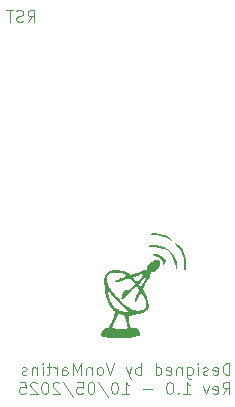
<source format=gbr>
%TF.GenerationSoftware,KiCad,Pcbnew,9.0.0*%
%TF.CreationDate,2025-05-10T20:39:51+02:00*%
%TF.ProjectId,ESP32CAM Shield,45535033-3243-4414-9d20-536869656c64,rev?*%
%TF.SameCoordinates,Original*%
%TF.FileFunction,Legend,Bot*%
%TF.FilePolarity,Positive*%
%FSLAX46Y46*%
G04 Gerber Fmt 4.6, Leading zero omitted, Abs format (unit mm)*
G04 Created by KiCad (PCBNEW 9.0.0) date 2025-05-10 20:39:51*
%MOMM*%
%LPD*%
G01*
G04 APERTURE LIST*
%ADD10C,0.100000*%
%ADD11C,0.000000*%
G04 APERTURE END LIST*
D10*
X130315687Y-64896419D02*
X130649020Y-64420228D01*
X130887115Y-64896419D02*
X130887115Y-63896419D01*
X130887115Y-63896419D02*
X130506163Y-63896419D01*
X130506163Y-63896419D02*
X130410925Y-63944038D01*
X130410925Y-63944038D02*
X130363306Y-63991657D01*
X130363306Y-63991657D02*
X130315687Y-64086895D01*
X130315687Y-64086895D02*
X130315687Y-64229752D01*
X130315687Y-64229752D02*
X130363306Y-64324990D01*
X130363306Y-64324990D02*
X130410925Y-64372609D01*
X130410925Y-64372609D02*
X130506163Y-64420228D01*
X130506163Y-64420228D02*
X130887115Y-64420228D01*
X129934734Y-64848800D02*
X129791877Y-64896419D01*
X129791877Y-64896419D02*
X129553782Y-64896419D01*
X129553782Y-64896419D02*
X129458544Y-64848800D01*
X129458544Y-64848800D02*
X129410925Y-64801180D01*
X129410925Y-64801180D02*
X129363306Y-64705942D01*
X129363306Y-64705942D02*
X129363306Y-64610704D01*
X129363306Y-64610704D02*
X129410925Y-64515466D01*
X129410925Y-64515466D02*
X129458544Y-64467847D01*
X129458544Y-64467847D02*
X129553782Y-64420228D01*
X129553782Y-64420228D02*
X129744258Y-64372609D01*
X129744258Y-64372609D02*
X129839496Y-64324990D01*
X129839496Y-64324990D02*
X129887115Y-64277371D01*
X129887115Y-64277371D02*
X129934734Y-64182133D01*
X129934734Y-64182133D02*
X129934734Y-64086895D01*
X129934734Y-64086895D02*
X129887115Y-63991657D01*
X129887115Y-63991657D02*
X129839496Y-63944038D01*
X129839496Y-63944038D02*
X129744258Y-63896419D01*
X129744258Y-63896419D02*
X129506163Y-63896419D01*
X129506163Y-63896419D02*
X129363306Y-63944038D01*
X129077591Y-63896419D02*
X128506163Y-63896419D01*
X128791877Y-64896419D02*
X128791877Y-63896419D01*
X147397115Y-94782475D02*
X147397115Y-93782475D01*
X147397115Y-93782475D02*
X147159020Y-93782475D01*
X147159020Y-93782475D02*
X147016163Y-93830094D01*
X147016163Y-93830094D02*
X146920925Y-93925332D01*
X146920925Y-93925332D02*
X146873306Y-94020570D01*
X146873306Y-94020570D02*
X146825687Y-94211046D01*
X146825687Y-94211046D02*
X146825687Y-94353903D01*
X146825687Y-94353903D02*
X146873306Y-94544379D01*
X146873306Y-94544379D02*
X146920925Y-94639617D01*
X146920925Y-94639617D02*
X147016163Y-94734856D01*
X147016163Y-94734856D02*
X147159020Y-94782475D01*
X147159020Y-94782475D02*
X147397115Y-94782475D01*
X146016163Y-94734856D02*
X146111401Y-94782475D01*
X146111401Y-94782475D02*
X146301877Y-94782475D01*
X146301877Y-94782475D02*
X146397115Y-94734856D01*
X146397115Y-94734856D02*
X146444734Y-94639617D01*
X146444734Y-94639617D02*
X146444734Y-94258665D01*
X146444734Y-94258665D02*
X146397115Y-94163427D01*
X146397115Y-94163427D02*
X146301877Y-94115808D01*
X146301877Y-94115808D02*
X146111401Y-94115808D01*
X146111401Y-94115808D02*
X146016163Y-94163427D01*
X146016163Y-94163427D02*
X145968544Y-94258665D01*
X145968544Y-94258665D02*
X145968544Y-94353903D01*
X145968544Y-94353903D02*
X146444734Y-94449141D01*
X145587591Y-94734856D02*
X145492353Y-94782475D01*
X145492353Y-94782475D02*
X145301877Y-94782475D01*
X145301877Y-94782475D02*
X145206639Y-94734856D01*
X145206639Y-94734856D02*
X145159020Y-94639617D01*
X145159020Y-94639617D02*
X145159020Y-94591998D01*
X145159020Y-94591998D02*
X145206639Y-94496760D01*
X145206639Y-94496760D02*
X145301877Y-94449141D01*
X145301877Y-94449141D02*
X145444734Y-94449141D01*
X145444734Y-94449141D02*
X145539972Y-94401522D01*
X145539972Y-94401522D02*
X145587591Y-94306284D01*
X145587591Y-94306284D02*
X145587591Y-94258665D01*
X145587591Y-94258665D02*
X145539972Y-94163427D01*
X145539972Y-94163427D02*
X145444734Y-94115808D01*
X145444734Y-94115808D02*
X145301877Y-94115808D01*
X145301877Y-94115808D02*
X145206639Y-94163427D01*
X144730448Y-94782475D02*
X144730448Y-94115808D01*
X144730448Y-93782475D02*
X144778067Y-93830094D01*
X144778067Y-93830094D02*
X144730448Y-93877713D01*
X144730448Y-93877713D02*
X144682829Y-93830094D01*
X144682829Y-93830094D02*
X144730448Y-93782475D01*
X144730448Y-93782475D02*
X144730448Y-93877713D01*
X143825687Y-94115808D02*
X143825687Y-94925332D01*
X143825687Y-94925332D02*
X143873306Y-95020570D01*
X143873306Y-95020570D02*
X143920925Y-95068189D01*
X143920925Y-95068189D02*
X144016163Y-95115808D01*
X144016163Y-95115808D02*
X144159020Y-95115808D01*
X144159020Y-95115808D02*
X144254258Y-95068189D01*
X143825687Y-94734856D02*
X143920925Y-94782475D01*
X143920925Y-94782475D02*
X144111401Y-94782475D01*
X144111401Y-94782475D02*
X144206639Y-94734856D01*
X144206639Y-94734856D02*
X144254258Y-94687236D01*
X144254258Y-94687236D02*
X144301877Y-94591998D01*
X144301877Y-94591998D02*
X144301877Y-94306284D01*
X144301877Y-94306284D02*
X144254258Y-94211046D01*
X144254258Y-94211046D02*
X144206639Y-94163427D01*
X144206639Y-94163427D02*
X144111401Y-94115808D01*
X144111401Y-94115808D02*
X143920925Y-94115808D01*
X143920925Y-94115808D02*
X143825687Y-94163427D01*
X143349496Y-94115808D02*
X143349496Y-94782475D01*
X143349496Y-94211046D02*
X143301877Y-94163427D01*
X143301877Y-94163427D02*
X143206639Y-94115808D01*
X143206639Y-94115808D02*
X143063782Y-94115808D01*
X143063782Y-94115808D02*
X142968544Y-94163427D01*
X142968544Y-94163427D02*
X142920925Y-94258665D01*
X142920925Y-94258665D02*
X142920925Y-94782475D01*
X142063782Y-94734856D02*
X142159020Y-94782475D01*
X142159020Y-94782475D02*
X142349496Y-94782475D01*
X142349496Y-94782475D02*
X142444734Y-94734856D01*
X142444734Y-94734856D02*
X142492353Y-94639617D01*
X142492353Y-94639617D02*
X142492353Y-94258665D01*
X142492353Y-94258665D02*
X142444734Y-94163427D01*
X142444734Y-94163427D02*
X142349496Y-94115808D01*
X142349496Y-94115808D02*
X142159020Y-94115808D01*
X142159020Y-94115808D02*
X142063782Y-94163427D01*
X142063782Y-94163427D02*
X142016163Y-94258665D01*
X142016163Y-94258665D02*
X142016163Y-94353903D01*
X142016163Y-94353903D02*
X142492353Y-94449141D01*
X141159020Y-94782475D02*
X141159020Y-93782475D01*
X141159020Y-94734856D02*
X141254258Y-94782475D01*
X141254258Y-94782475D02*
X141444734Y-94782475D01*
X141444734Y-94782475D02*
X141539972Y-94734856D01*
X141539972Y-94734856D02*
X141587591Y-94687236D01*
X141587591Y-94687236D02*
X141635210Y-94591998D01*
X141635210Y-94591998D02*
X141635210Y-94306284D01*
X141635210Y-94306284D02*
X141587591Y-94211046D01*
X141587591Y-94211046D02*
X141539972Y-94163427D01*
X141539972Y-94163427D02*
X141444734Y-94115808D01*
X141444734Y-94115808D02*
X141254258Y-94115808D01*
X141254258Y-94115808D02*
X141159020Y-94163427D01*
X139920924Y-94782475D02*
X139920924Y-93782475D01*
X139920924Y-94163427D02*
X139825686Y-94115808D01*
X139825686Y-94115808D02*
X139635210Y-94115808D01*
X139635210Y-94115808D02*
X139539972Y-94163427D01*
X139539972Y-94163427D02*
X139492353Y-94211046D01*
X139492353Y-94211046D02*
X139444734Y-94306284D01*
X139444734Y-94306284D02*
X139444734Y-94591998D01*
X139444734Y-94591998D02*
X139492353Y-94687236D01*
X139492353Y-94687236D02*
X139539972Y-94734856D01*
X139539972Y-94734856D02*
X139635210Y-94782475D01*
X139635210Y-94782475D02*
X139825686Y-94782475D01*
X139825686Y-94782475D02*
X139920924Y-94734856D01*
X139111400Y-94115808D02*
X138873305Y-94782475D01*
X138635210Y-94115808D02*
X138873305Y-94782475D01*
X138873305Y-94782475D02*
X138968543Y-95020570D01*
X138968543Y-95020570D02*
X139016162Y-95068189D01*
X139016162Y-95068189D02*
X139111400Y-95115808D01*
X137635209Y-93782475D02*
X137301876Y-94782475D01*
X137301876Y-94782475D02*
X136968543Y-93782475D01*
X136492352Y-94782475D02*
X136587590Y-94734856D01*
X136587590Y-94734856D02*
X136635209Y-94687236D01*
X136635209Y-94687236D02*
X136682828Y-94591998D01*
X136682828Y-94591998D02*
X136682828Y-94306284D01*
X136682828Y-94306284D02*
X136635209Y-94211046D01*
X136635209Y-94211046D02*
X136587590Y-94163427D01*
X136587590Y-94163427D02*
X136492352Y-94115808D01*
X136492352Y-94115808D02*
X136349495Y-94115808D01*
X136349495Y-94115808D02*
X136254257Y-94163427D01*
X136254257Y-94163427D02*
X136206638Y-94211046D01*
X136206638Y-94211046D02*
X136159019Y-94306284D01*
X136159019Y-94306284D02*
X136159019Y-94591998D01*
X136159019Y-94591998D02*
X136206638Y-94687236D01*
X136206638Y-94687236D02*
X136254257Y-94734856D01*
X136254257Y-94734856D02*
X136349495Y-94782475D01*
X136349495Y-94782475D02*
X136492352Y-94782475D01*
X135730447Y-94115808D02*
X135730447Y-94782475D01*
X135730447Y-94211046D02*
X135682828Y-94163427D01*
X135682828Y-94163427D02*
X135587590Y-94115808D01*
X135587590Y-94115808D02*
X135444733Y-94115808D01*
X135444733Y-94115808D02*
X135349495Y-94163427D01*
X135349495Y-94163427D02*
X135301876Y-94258665D01*
X135301876Y-94258665D02*
X135301876Y-94782475D01*
X134825685Y-94782475D02*
X134825685Y-93782475D01*
X134825685Y-93782475D02*
X134492352Y-94496760D01*
X134492352Y-94496760D02*
X134159019Y-93782475D01*
X134159019Y-93782475D02*
X134159019Y-94782475D01*
X133254257Y-94782475D02*
X133254257Y-94258665D01*
X133254257Y-94258665D02*
X133301876Y-94163427D01*
X133301876Y-94163427D02*
X133397114Y-94115808D01*
X133397114Y-94115808D02*
X133587590Y-94115808D01*
X133587590Y-94115808D02*
X133682828Y-94163427D01*
X133254257Y-94734856D02*
X133349495Y-94782475D01*
X133349495Y-94782475D02*
X133587590Y-94782475D01*
X133587590Y-94782475D02*
X133682828Y-94734856D01*
X133682828Y-94734856D02*
X133730447Y-94639617D01*
X133730447Y-94639617D02*
X133730447Y-94544379D01*
X133730447Y-94544379D02*
X133682828Y-94449141D01*
X133682828Y-94449141D02*
X133587590Y-94401522D01*
X133587590Y-94401522D02*
X133349495Y-94401522D01*
X133349495Y-94401522D02*
X133254257Y-94353903D01*
X132778066Y-94782475D02*
X132778066Y-94115808D01*
X132778066Y-94306284D02*
X132730447Y-94211046D01*
X132730447Y-94211046D02*
X132682828Y-94163427D01*
X132682828Y-94163427D02*
X132587590Y-94115808D01*
X132587590Y-94115808D02*
X132492352Y-94115808D01*
X132301875Y-94115808D02*
X131920923Y-94115808D01*
X132159018Y-93782475D02*
X132159018Y-94639617D01*
X132159018Y-94639617D02*
X132111399Y-94734856D01*
X132111399Y-94734856D02*
X132016161Y-94782475D01*
X132016161Y-94782475D02*
X131920923Y-94782475D01*
X131587589Y-94782475D02*
X131587589Y-94115808D01*
X131587589Y-93782475D02*
X131635208Y-93830094D01*
X131635208Y-93830094D02*
X131587589Y-93877713D01*
X131587589Y-93877713D02*
X131539970Y-93830094D01*
X131539970Y-93830094D02*
X131587589Y-93782475D01*
X131587589Y-93782475D02*
X131587589Y-93877713D01*
X131111399Y-94115808D02*
X131111399Y-94782475D01*
X131111399Y-94211046D02*
X131063780Y-94163427D01*
X131063780Y-94163427D02*
X130968542Y-94115808D01*
X130968542Y-94115808D02*
X130825685Y-94115808D01*
X130825685Y-94115808D02*
X130730447Y-94163427D01*
X130730447Y-94163427D02*
X130682828Y-94258665D01*
X130682828Y-94258665D02*
X130682828Y-94782475D01*
X130254256Y-94734856D02*
X130159018Y-94782475D01*
X130159018Y-94782475D02*
X129968542Y-94782475D01*
X129968542Y-94782475D02*
X129873304Y-94734856D01*
X129873304Y-94734856D02*
X129825685Y-94639617D01*
X129825685Y-94639617D02*
X129825685Y-94591998D01*
X129825685Y-94591998D02*
X129873304Y-94496760D01*
X129873304Y-94496760D02*
X129968542Y-94449141D01*
X129968542Y-94449141D02*
X130111399Y-94449141D01*
X130111399Y-94449141D02*
X130206637Y-94401522D01*
X130206637Y-94401522D02*
X130254256Y-94306284D01*
X130254256Y-94306284D02*
X130254256Y-94258665D01*
X130254256Y-94258665D02*
X130206637Y-94163427D01*
X130206637Y-94163427D02*
X130111399Y-94115808D01*
X130111399Y-94115808D02*
X129968542Y-94115808D01*
X129968542Y-94115808D02*
X129873304Y-94163427D01*
X146825687Y-96392419D02*
X147159020Y-95916228D01*
X147397115Y-96392419D02*
X147397115Y-95392419D01*
X147397115Y-95392419D02*
X147016163Y-95392419D01*
X147016163Y-95392419D02*
X146920925Y-95440038D01*
X146920925Y-95440038D02*
X146873306Y-95487657D01*
X146873306Y-95487657D02*
X146825687Y-95582895D01*
X146825687Y-95582895D02*
X146825687Y-95725752D01*
X146825687Y-95725752D02*
X146873306Y-95820990D01*
X146873306Y-95820990D02*
X146920925Y-95868609D01*
X146920925Y-95868609D02*
X147016163Y-95916228D01*
X147016163Y-95916228D02*
X147397115Y-95916228D01*
X146016163Y-96344800D02*
X146111401Y-96392419D01*
X146111401Y-96392419D02*
X146301877Y-96392419D01*
X146301877Y-96392419D02*
X146397115Y-96344800D01*
X146397115Y-96344800D02*
X146444734Y-96249561D01*
X146444734Y-96249561D02*
X146444734Y-95868609D01*
X146444734Y-95868609D02*
X146397115Y-95773371D01*
X146397115Y-95773371D02*
X146301877Y-95725752D01*
X146301877Y-95725752D02*
X146111401Y-95725752D01*
X146111401Y-95725752D02*
X146016163Y-95773371D01*
X146016163Y-95773371D02*
X145968544Y-95868609D01*
X145968544Y-95868609D02*
X145968544Y-95963847D01*
X145968544Y-95963847D02*
X146444734Y-96059085D01*
X145635210Y-95725752D02*
X145397115Y-96392419D01*
X145397115Y-96392419D02*
X145159020Y-95725752D01*
X143492353Y-96392419D02*
X144063781Y-96392419D01*
X143778067Y-96392419D02*
X143778067Y-95392419D01*
X143778067Y-95392419D02*
X143873305Y-95535276D01*
X143873305Y-95535276D02*
X143968543Y-95630514D01*
X143968543Y-95630514D02*
X144063781Y-95678133D01*
X143063781Y-96297180D02*
X143016162Y-96344800D01*
X143016162Y-96344800D02*
X143063781Y-96392419D01*
X143063781Y-96392419D02*
X143111400Y-96344800D01*
X143111400Y-96344800D02*
X143063781Y-96297180D01*
X143063781Y-96297180D02*
X143063781Y-96392419D01*
X142397115Y-95392419D02*
X142301877Y-95392419D01*
X142301877Y-95392419D02*
X142206639Y-95440038D01*
X142206639Y-95440038D02*
X142159020Y-95487657D01*
X142159020Y-95487657D02*
X142111401Y-95582895D01*
X142111401Y-95582895D02*
X142063782Y-95773371D01*
X142063782Y-95773371D02*
X142063782Y-96011466D01*
X142063782Y-96011466D02*
X142111401Y-96201942D01*
X142111401Y-96201942D02*
X142159020Y-96297180D01*
X142159020Y-96297180D02*
X142206639Y-96344800D01*
X142206639Y-96344800D02*
X142301877Y-96392419D01*
X142301877Y-96392419D02*
X142397115Y-96392419D01*
X142397115Y-96392419D02*
X142492353Y-96344800D01*
X142492353Y-96344800D02*
X142539972Y-96297180D01*
X142539972Y-96297180D02*
X142587591Y-96201942D01*
X142587591Y-96201942D02*
X142635210Y-96011466D01*
X142635210Y-96011466D02*
X142635210Y-95773371D01*
X142635210Y-95773371D02*
X142587591Y-95582895D01*
X142587591Y-95582895D02*
X142539972Y-95487657D01*
X142539972Y-95487657D02*
X142492353Y-95440038D01*
X142492353Y-95440038D02*
X142397115Y-95392419D01*
X140873305Y-96011466D02*
X140111401Y-96011466D01*
X138349496Y-96392419D02*
X138920924Y-96392419D01*
X138635210Y-96392419D02*
X138635210Y-95392419D01*
X138635210Y-95392419D02*
X138730448Y-95535276D01*
X138730448Y-95535276D02*
X138825686Y-95630514D01*
X138825686Y-95630514D02*
X138920924Y-95678133D01*
X137730448Y-95392419D02*
X137635210Y-95392419D01*
X137635210Y-95392419D02*
X137539972Y-95440038D01*
X137539972Y-95440038D02*
X137492353Y-95487657D01*
X137492353Y-95487657D02*
X137444734Y-95582895D01*
X137444734Y-95582895D02*
X137397115Y-95773371D01*
X137397115Y-95773371D02*
X137397115Y-96011466D01*
X137397115Y-96011466D02*
X137444734Y-96201942D01*
X137444734Y-96201942D02*
X137492353Y-96297180D01*
X137492353Y-96297180D02*
X137539972Y-96344800D01*
X137539972Y-96344800D02*
X137635210Y-96392419D01*
X137635210Y-96392419D02*
X137730448Y-96392419D01*
X137730448Y-96392419D02*
X137825686Y-96344800D01*
X137825686Y-96344800D02*
X137873305Y-96297180D01*
X137873305Y-96297180D02*
X137920924Y-96201942D01*
X137920924Y-96201942D02*
X137968543Y-96011466D01*
X137968543Y-96011466D02*
X137968543Y-95773371D01*
X137968543Y-95773371D02*
X137920924Y-95582895D01*
X137920924Y-95582895D02*
X137873305Y-95487657D01*
X137873305Y-95487657D02*
X137825686Y-95440038D01*
X137825686Y-95440038D02*
X137730448Y-95392419D01*
X136254258Y-95344800D02*
X137111400Y-96630514D01*
X135730448Y-95392419D02*
X135635210Y-95392419D01*
X135635210Y-95392419D02*
X135539972Y-95440038D01*
X135539972Y-95440038D02*
X135492353Y-95487657D01*
X135492353Y-95487657D02*
X135444734Y-95582895D01*
X135444734Y-95582895D02*
X135397115Y-95773371D01*
X135397115Y-95773371D02*
X135397115Y-96011466D01*
X135397115Y-96011466D02*
X135444734Y-96201942D01*
X135444734Y-96201942D02*
X135492353Y-96297180D01*
X135492353Y-96297180D02*
X135539972Y-96344800D01*
X135539972Y-96344800D02*
X135635210Y-96392419D01*
X135635210Y-96392419D02*
X135730448Y-96392419D01*
X135730448Y-96392419D02*
X135825686Y-96344800D01*
X135825686Y-96344800D02*
X135873305Y-96297180D01*
X135873305Y-96297180D02*
X135920924Y-96201942D01*
X135920924Y-96201942D02*
X135968543Y-96011466D01*
X135968543Y-96011466D02*
X135968543Y-95773371D01*
X135968543Y-95773371D02*
X135920924Y-95582895D01*
X135920924Y-95582895D02*
X135873305Y-95487657D01*
X135873305Y-95487657D02*
X135825686Y-95440038D01*
X135825686Y-95440038D02*
X135730448Y-95392419D01*
X134492353Y-95392419D02*
X134968543Y-95392419D01*
X134968543Y-95392419D02*
X135016162Y-95868609D01*
X135016162Y-95868609D02*
X134968543Y-95820990D01*
X134968543Y-95820990D02*
X134873305Y-95773371D01*
X134873305Y-95773371D02*
X134635210Y-95773371D01*
X134635210Y-95773371D02*
X134539972Y-95820990D01*
X134539972Y-95820990D02*
X134492353Y-95868609D01*
X134492353Y-95868609D02*
X134444734Y-95963847D01*
X134444734Y-95963847D02*
X134444734Y-96201942D01*
X134444734Y-96201942D02*
X134492353Y-96297180D01*
X134492353Y-96297180D02*
X134539972Y-96344800D01*
X134539972Y-96344800D02*
X134635210Y-96392419D01*
X134635210Y-96392419D02*
X134873305Y-96392419D01*
X134873305Y-96392419D02*
X134968543Y-96344800D01*
X134968543Y-96344800D02*
X135016162Y-96297180D01*
X133301877Y-95344800D02*
X134159019Y-96630514D01*
X133016162Y-95487657D02*
X132968543Y-95440038D01*
X132968543Y-95440038D02*
X132873305Y-95392419D01*
X132873305Y-95392419D02*
X132635210Y-95392419D01*
X132635210Y-95392419D02*
X132539972Y-95440038D01*
X132539972Y-95440038D02*
X132492353Y-95487657D01*
X132492353Y-95487657D02*
X132444734Y-95582895D01*
X132444734Y-95582895D02*
X132444734Y-95678133D01*
X132444734Y-95678133D02*
X132492353Y-95820990D01*
X132492353Y-95820990D02*
X133063781Y-96392419D01*
X133063781Y-96392419D02*
X132444734Y-96392419D01*
X131825686Y-95392419D02*
X131730448Y-95392419D01*
X131730448Y-95392419D02*
X131635210Y-95440038D01*
X131635210Y-95440038D02*
X131587591Y-95487657D01*
X131587591Y-95487657D02*
X131539972Y-95582895D01*
X131539972Y-95582895D02*
X131492353Y-95773371D01*
X131492353Y-95773371D02*
X131492353Y-96011466D01*
X131492353Y-96011466D02*
X131539972Y-96201942D01*
X131539972Y-96201942D02*
X131587591Y-96297180D01*
X131587591Y-96297180D02*
X131635210Y-96344800D01*
X131635210Y-96344800D02*
X131730448Y-96392419D01*
X131730448Y-96392419D02*
X131825686Y-96392419D01*
X131825686Y-96392419D02*
X131920924Y-96344800D01*
X131920924Y-96344800D02*
X131968543Y-96297180D01*
X131968543Y-96297180D02*
X132016162Y-96201942D01*
X132016162Y-96201942D02*
X132063781Y-96011466D01*
X132063781Y-96011466D02*
X132063781Y-95773371D01*
X132063781Y-95773371D02*
X132016162Y-95582895D01*
X132016162Y-95582895D02*
X131968543Y-95487657D01*
X131968543Y-95487657D02*
X131920924Y-95440038D01*
X131920924Y-95440038D02*
X131825686Y-95392419D01*
X131111400Y-95487657D02*
X131063781Y-95440038D01*
X131063781Y-95440038D02*
X130968543Y-95392419D01*
X130968543Y-95392419D02*
X130730448Y-95392419D01*
X130730448Y-95392419D02*
X130635210Y-95440038D01*
X130635210Y-95440038D02*
X130587591Y-95487657D01*
X130587591Y-95487657D02*
X130539972Y-95582895D01*
X130539972Y-95582895D02*
X130539972Y-95678133D01*
X130539972Y-95678133D02*
X130587591Y-95820990D01*
X130587591Y-95820990D02*
X131159019Y-96392419D01*
X131159019Y-96392419D02*
X130539972Y-96392419D01*
X129635210Y-95392419D02*
X130111400Y-95392419D01*
X130111400Y-95392419D02*
X130159019Y-95868609D01*
X130159019Y-95868609D02*
X130111400Y-95820990D01*
X130111400Y-95820990D02*
X130016162Y-95773371D01*
X130016162Y-95773371D02*
X129778067Y-95773371D01*
X129778067Y-95773371D02*
X129682829Y-95820990D01*
X129682829Y-95820990D02*
X129635210Y-95868609D01*
X129635210Y-95868609D02*
X129587591Y-95963847D01*
X129587591Y-95963847D02*
X129587591Y-96201942D01*
X129587591Y-96201942D02*
X129635210Y-96297180D01*
X129635210Y-96297180D02*
X129682829Y-96344800D01*
X129682829Y-96344800D02*
X129778067Y-96392419D01*
X129778067Y-96392419D02*
X130016162Y-96392419D01*
X130016162Y-96392419D02*
X130111400Y-96344800D01*
X130111400Y-96344800D02*
X130159019Y-96297180D01*
D11*
%TO.C,G\u002A\u002A\u002A*%
G36*
X141169998Y-82793261D02*
G01*
X141356756Y-82816136D01*
X141556087Y-82855475D01*
X141758099Y-82909311D01*
X141952903Y-82975676D01*
X142130608Y-83052604D01*
X142281325Y-83138126D01*
X142287197Y-83142066D01*
X142389657Y-83216639D01*
X142455237Y-83275629D01*
X142480177Y-83314662D01*
X142460720Y-83329362D01*
X142447476Y-83328605D01*
X142405648Y-83314314D01*
X142326776Y-83280123D01*
X142225048Y-83232312D01*
X142180408Y-83210420D01*
X141895315Y-83093499D01*
X141576783Y-83006164D01*
X141243181Y-82952985D01*
X141101197Y-82941839D01*
X140940613Y-82932541D01*
X140831148Y-82923387D01*
X140766430Y-82912395D01*
X140740088Y-82897578D01*
X140745747Y-82876954D01*
X140777037Y-82848538D01*
X140784055Y-82843090D01*
X140873757Y-82804771D01*
X141005702Y-82788817D01*
X141169998Y-82793261D01*
G37*
G36*
X142509801Y-83376398D02*
G01*
X142537470Y-83413174D01*
X142538567Y-83421244D01*
X142516626Y-83447537D01*
X142509801Y-83448312D01*
X142484556Y-83424898D01*
X142481036Y-83403466D01*
X142494981Y-83373692D01*
X142509801Y-83376398D01*
G37*
G36*
X141276126Y-84563090D02*
G01*
X141463024Y-84630650D01*
X141661512Y-84747709D01*
X141867268Y-84912090D01*
X141912916Y-84954232D01*
X141999242Y-85043521D01*
X142040871Y-85109520D01*
X142041020Y-85160780D01*
X142006536Y-85202902D01*
X141970719Y-85252670D01*
X141936371Y-85330783D01*
X141930069Y-85350252D01*
X141893349Y-85433074D01*
X141850278Y-85462390D01*
X141809839Y-85442725D01*
X141796064Y-85402878D01*
X141790030Y-85334854D01*
X141766172Y-85206594D01*
X141704685Y-85074853D01*
X141618171Y-84964195D01*
X141585243Y-84935700D01*
X141507074Y-84887345D01*
X141398790Y-84834107D01*
X141295352Y-84791915D01*
X141137941Y-84728792D01*
X141030226Y-84672438D01*
X140973434Y-84624433D01*
X140968793Y-84586357D01*
X141017529Y-84559788D01*
X141105140Y-84547207D01*
X141276126Y-84563090D01*
G37*
G36*
X141078957Y-83796330D02*
G01*
X141167146Y-83808448D01*
X141543314Y-83883205D01*
X141875532Y-83989850D01*
X142162217Y-84127704D01*
X142401784Y-84296089D01*
X142485457Y-84373232D01*
X142607600Y-84516116D01*
X142722102Y-84687900D01*
X142821655Y-84873862D01*
X142898948Y-85059281D01*
X142946672Y-85229433D01*
X142958406Y-85325779D01*
X142965583Y-85450384D01*
X142977233Y-85576477D01*
X142985652Y-85641687D01*
X142991071Y-85729324D01*
X142978418Y-85776389D01*
X142953241Y-85777605D01*
X142921087Y-85727691D01*
X142913879Y-85709986D01*
X142889969Y-85638871D01*
X142862037Y-85544875D01*
X142854034Y-85515819D01*
X142816161Y-85407529D01*
X142764535Y-85296181D01*
X142751283Y-85272399D01*
X142706228Y-85170623D01*
X142683337Y-85068534D01*
X142682395Y-85048747D01*
X142665760Y-84954256D01*
X142621135Y-84831034D01*
X142556443Y-84695297D01*
X142479604Y-84563262D01*
X142398540Y-84451144D01*
X142380030Y-84429769D01*
X142268990Y-84334386D01*
X142112976Y-84239596D01*
X141924238Y-84151942D01*
X141729876Y-84082500D01*
X141556323Y-84037134D01*
X141357566Y-83998369D01*
X141151376Y-83968557D01*
X140955527Y-83950051D01*
X140787790Y-83945204D01*
X140719145Y-83948717D01*
X140600828Y-83953353D01*
X140534724Y-83941526D01*
X140521925Y-83914202D01*
X140563523Y-83872347D01*
X140604082Y-83846833D01*
X140693563Y-83806144D01*
X140793995Y-83784746D01*
X140918189Y-83781766D01*
X141078957Y-83796330D01*
G37*
G36*
X142916483Y-83673453D02*
G01*
X142997508Y-83728062D01*
X143091506Y-83802108D01*
X143189121Y-83888632D01*
X143280996Y-83980674D01*
X143294251Y-83995130D01*
X143459779Y-84212523D01*
X143585378Y-84457079D01*
X143673181Y-84734656D01*
X143725323Y-85051109D01*
X143737989Y-85212562D01*
X143741890Y-85364912D01*
X143737909Y-85515252D01*
X143727343Y-85655772D01*
X143711488Y-85778663D01*
X143691641Y-85876114D01*
X143669098Y-85940315D01*
X143645156Y-85963457D01*
X143621111Y-85937730D01*
X143618585Y-85931755D01*
X143610620Y-85887097D01*
X143601317Y-85795113D01*
X143591457Y-85665967D01*
X143581821Y-85509825D01*
X143573635Y-85346840D01*
X143563063Y-85136731D01*
X143550781Y-84971983D01*
X143534065Y-84840436D01*
X143510191Y-84729926D01*
X143476436Y-84628295D01*
X143430075Y-84523379D01*
X143368385Y-84403019D01*
X143357807Y-84383193D01*
X143281017Y-84252441D01*
X143185992Y-84116170D01*
X143063658Y-83961995D01*
X142960154Y-83840509D01*
X142893832Y-83759023D01*
X142847638Y-83692118D01*
X142830423Y-83652803D01*
X142830780Y-83650384D01*
X142857789Y-83645240D01*
X142916483Y-83673453D01*
G37*
G36*
X141417924Y-85082210D02*
G01*
X141495206Y-85168657D01*
X141504438Y-85183274D01*
X141542999Y-85260189D01*
X141556297Y-85333269D01*
X141541682Y-85413540D01*
X141496505Y-85512030D01*
X141418113Y-85639763D01*
X141381520Y-85694631D01*
X141275576Y-85844868D01*
X141187920Y-85949726D01*
X141109678Y-86014544D01*
X141031980Y-86044661D01*
X140945952Y-86045413D01*
X140842723Y-86022141D01*
X140839019Y-86021054D01*
X140820737Y-86018147D01*
X140804434Y-86026466D01*
X140786911Y-86053575D01*
X140764969Y-86107036D01*
X140735407Y-86194413D01*
X140695027Y-86323269D01*
X140652800Y-86461246D01*
X140588873Y-86603144D01*
X140507720Y-86693695D01*
X140457555Y-86744726D01*
X140406641Y-86818995D01*
X140349757Y-86925690D01*
X140281682Y-87074000D01*
X140250163Y-87147003D01*
X140091709Y-87518622D01*
X140320964Y-88036412D01*
X140399683Y-88215011D01*
X140458032Y-88351314D01*
X140499147Y-88455534D01*
X140526160Y-88537884D01*
X140542207Y-88608581D01*
X140550421Y-88677837D01*
X140553936Y-88755866D01*
X140554860Y-88798709D01*
X140556676Y-88917478D01*
X140557424Y-89018382D01*
X140557002Y-89084238D01*
X140556622Y-89094788D01*
X140531893Y-89154255D01*
X140470636Y-89233548D01*
X140384589Y-89321186D01*
X140285490Y-89405686D01*
X140185075Y-89475565D01*
X140143973Y-89498482D01*
X140081089Y-89528668D01*
X140017891Y-89554178D01*
X139945591Y-89577093D01*
X139855399Y-89599496D01*
X139738528Y-89623469D01*
X139586190Y-89651094D01*
X139389597Y-89684454D01*
X139288057Y-89701280D01*
X138899722Y-89765358D01*
X138905739Y-90017444D01*
X138937229Y-90321712D01*
X138987621Y-90536864D01*
X139063487Y-90804197D01*
X139340420Y-90823664D01*
X139481198Y-90836075D01*
X139576721Y-90851607D01*
X139639263Y-90873028D01*
X139677612Y-90899741D01*
X139720826Y-90961632D01*
X139765979Y-91058580D01*
X139805009Y-91168985D01*
X139829855Y-91271249D01*
X139834603Y-91320402D01*
X139806525Y-91398660D01*
X139724178Y-91468619D01*
X139590393Y-91529011D01*
X139408001Y-91578564D01*
X139179834Y-91616011D01*
X139173750Y-91616759D01*
X139071509Y-91625091D01*
X138921808Y-91631754D01*
X138734689Y-91636759D01*
X138520200Y-91640115D01*
X138288385Y-91641833D01*
X138049289Y-91641924D01*
X137812957Y-91640399D01*
X137589434Y-91637268D01*
X137388766Y-91632541D01*
X137220998Y-91626229D01*
X137096175Y-91618343D01*
X137058726Y-91614534D01*
X136929771Y-91595927D01*
X136799436Y-91572501D01*
X136713539Y-91553543D01*
X136569711Y-91517055D01*
X136560805Y-91377024D01*
X136565000Y-91261000D01*
X136598232Y-91147170D01*
X136627306Y-91082865D01*
X136706895Y-90946196D01*
X136789417Y-90861623D01*
X136881921Y-90823861D01*
X136971983Y-90824374D01*
X137053065Y-90829974D01*
X137111303Y-90823319D01*
X137119844Y-90819437D01*
X137144553Y-90788112D01*
X137476104Y-90788112D01*
X137502317Y-90801534D01*
X137572483Y-90819387D01*
X137673437Y-90839219D01*
X137792016Y-90858578D01*
X137915054Y-90875010D01*
X137979224Y-90881852D01*
X138089158Y-90887692D01*
X138221527Y-90887834D01*
X138363244Y-90883125D01*
X138501219Y-90874414D01*
X138622363Y-90862550D01*
X138713589Y-90848380D01*
X138761806Y-90832753D01*
X138763913Y-90830991D01*
X138776011Y-90806966D01*
X138778242Y-90762847D01*
X138769466Y-90690613D01*
X138748546Y-90582241D01*
X138714343Y-90429710D01*
X138695638Y-90350110D01*
X138656869Y-90191956D01*
X138619335Y-90048492D01*
X138586280Y-89931444D01*
X138560950Y-89852536D01*
X138551725Y-89830107D01*
X138513556Y-89784631D01*
X138440151Y-89734349D01*
X138325969Y-89676323D01*
X138165463Y-89607614D01*
X138036283Y-89556835D01*
X138010335Y-89567358D01*
X137979467Y-89621151D01*
X137941042Y-89723496D01*
X137919087Y-89791585D01*
X137875919Y-89914579D01*
X137828484Y-90025516D01*
X137784962Y-90105932D01*
X137771995Y-90123655D01*
X137739923Y-90174403D01*
X137694324Y-90262163D01*
X137641340Y-90373143D01*
X137587112Y-90493555D01*
X137537780Y-90609607D01*
X137499486Y-90707509D01*
X137478371Y-90773473D01*
X137476104Y-90788112D01*
X137144553Y-90788112D01*
X137146189Y-90786038D01*
X137191198Y-90713325D01*
X137247663Y-90613366D01*
X137287341Y-90539026D01*
X137358589Y-90404250D01*
X137433352Y-90265604D01*
X137499270Y-90145919D01*
X137520920Y-90107542D01*
X137645534Y-89831456D01*
X137716932Y-89533545D01*
X137717967Y-89526302D01*
X137725663Y-89465614D01*
X137722808Y-89422104D01*
X137701399Y-89383916D01*
X137653433Y-89339197D01*
X137570907Y-89276090D01*
X137527067Y-89243519D01*
X137411505Y-89135033D01*
X137302250Y-88984414D01*
X137196955Y-88787468D01*
X137093272Y-88540006D01*
X137024316Y-88346176D01*
X136982458Y-88218689D01*
X136948431Y-88105092D01*
X136921013Y-87996645D01*
X136898984Y-87884609D01*
X136881125Y-87760245D01*
X136877518Y-87725060D01*
X137107516Y-87725060D01*
X137114301Y-87833187D01*
X137144685Y-87972195D01*
X137170501Y-88055864D01*
X137208943Y-88176123D01*
X137241816Y-88291972D01*
X137262227Y-88379063D01*
X137262688Y-88381608D01*
X137280691Y-88458538D01*
X137309879Y-88530478D01*
X137357805Y-88611014D01*
X137432021Y-88713731D01*
X137486565Y-88784326D01*
X137553729Y-88876804D01*
X137610367Y-88966401D01*
X137636998Y-89017934D01*
X137675328Y-89080641D01*
X137736678Y-89119434D01*
X137804725Y-89140415D01*
X137910800Y-89181891D01*
X138014199Y-89244669D01*
X138037494Y-89263465D01*
X138166176Y-89341463D01*
X138346124Y-89394849D01*
X138576503Y-89423414D01*
X138696815Y-89428122D01*
X138896625Y-89431551D01*
X138805641Y-89338063D01*
X138737288Y-89273341D01*
X138642768Y-89190730D01*
X138541628Y-89107272D01*
X138533917Y-89101133D01*
X138430428Y-89012889D01*
X138309663Y-88900736D01*
X138192226Y-88784061D01*
X138151817Y-88741563D01*
X138033824Y-88619764D01*
X137896095Y-88484837D01*
X137763052Y-88360534D01*
X137725133Y-88326593D01*
X137593003Y-88199934D01*
X137483291Y-88075150D01*
X137411944Y-87972065D01*
X137343994Y-87865473D01*
X137265242Y-87761316D01*
X137220168Y-87710658D01*
X137116257Y-87604937D01*
X137107516Y-87725060D01*
X136877518Y-87725060D01*
X136866216Y-87614813D01*
X136853034Y-87439574D01*
X136840362Y-87225790D01*
X136826978Y-86964719D01*
X136824575Y-86915645D01*
X136819831Y-86678791D01*
X136821733Y-86652478D01*
X137044927Y-86652478D01*
X137053185Y-86800818D01*
X137072570Y-86944931D01*
X137089864Y-87024401D01*
X137146000Y-87193934D01*
X137228233Y-87361091D01*
X137342401Y-87535069D01*
X137494341Y-87725063D01*
X137632266Y-87878946D01*
X137730494Y-87986590D01*
X137831054Y-88099861D01*
X137914655Y-88196982D01*
X137926063Y-88210645D01*
X138017100Y-88313315D01*
X138138267Y-88440132D01*
X138276038Y-88577773D01*
X138416886Y-88712916D01*
X138547285Y-88832236D01*
X138625307Y-88899380D01*
X138841750Y-89065762D01*
X139040104Y-89187880D01*
X139232502Y-89270420D01*
X139431082Y-89318070D01*
X139647978Y-89335517D01*
X139752727Y-89334822D01*
X139881889Y-89328881D01*
X139971776Y-89316960D01*
X140040617Y-89294810D01*
X140106641Y-89258184D01*
X140120611Y-89249080D01*
X140222362Y-89172653D01*
X140290095Y-89094015D01*
X140329491Y-88999592D01*
X140346231Y-88875811D01*
X140346046Y-88710500D01*
X140339751Y-88577044D01*
X140329257Y-88483675D01*
X140310377Y-88412950D01*
X140278926Y-88347424D01*
X140245975Y-88293400D01*
X140180616Y-88181505D01*
X140114490Y-88053981D01*
X140084589Y-87989764D01*
X140041101Y-87900107D01*
X140000612Y-87832331D01*
X139976882Y-87805339D01*
X139933174Y-87809378D01*
X139878087Y-87862191D01*
X139816546Y-87957384D01*
X139753482Y-88088558D01*
X139747335Y-88103279D01*
X139704699Y-88195473D01*
X139646428Y-88307385D01*
X139582205Y-88421862D01*
X139521713Y-88521750D01*
X139474635Y-88589894D01*
X139468474Y-88597304D01*
X139444663Y-88588473D01*
X139414322Y-88554716D01*
X139388146Y-88474459D01*
X139399790Y-88371273D01*
X139447078Y-88263581D01*
X139449092Y-88260366D01*
X139480592Y-88188719D01*
X139489416Y-88138695D01*
X139508710Y-88035998D01*
X139557896Y-87923751D01*
X139623934Y-87827847D01*
X139665213Y-87789633D01*
X139726768Y-87731192D01*
X139763349Y-87669689D01*
X139764339Y-87666138D01*
X139759526Y-87605693D01*
X139729391Y-87521823D01*
X139683029Y-87430674D01*
X139629538Y-87348389D01*
X139578013Y-87291114D01*
X139543469Y-87274133D01*
X139493395Y-87292516D01*
X139416853Y-87340302D01*
X139328287Y-87406446D01*
X139242142Y-87479905D01*
X139172862Y-87549632D01*
X139155550Y-87570744D01*
X139101583Y-87649265D01*
X139052074Y-87731559D01*
X138994618Y-87803973D01*
X138924113Y-87854809D01*
X138922629Y-87855462D01*
X138864946Y-87891995D01*
X138783351Y-87958070D01*
X138693100Y-88041087D01*
X138669598Y-88064398D01*
X138558665Y-88170637D01*
X138455442Y-88259252D01*
X138365575Y-88326907D01*
X138294707Y-88370264D01*
X138248484Y-88385986D01*
X138232550Y-88370739D01*
X138252550Y-88321184D01*
X138262558Y-88304998D01*
X138288118Y-88245641D01*
X138317260Y-88147998D01*
X138344632Y-88030618D01*
X138350775Y-87999279D01*
X138384494Y-87838070D01*
X138420039Y-87725777D01*
X138465165Y-87654095D01*
X138527627Y-87614713D01*
X138615180Y-87599327D01*
X138724226Y-87599209D01*
X138888783Y-87604937D01*
X139054863Y-87432344D01*
X139146049Y-87339485D01*
X139234771Y-87252311D01*
X139303919Y-87187585D01*
X139312032Y-87180423D01*
X139372748Y-87113396D01*
X139777072Y-87113396D01*
X139791191Y-87171868D01*
X139824794Y-87232335D01*
X139864751Y-87276216D01*
X139897931Y-87284931D01*
X139898177Y-87284781D01*
X139924966Y-87254401D01*
X139974453Y-87186533D01*
X140038692Y-87092382D01*
X140086671Y-87019171D01*
X140164009Y-86894396D01*
X140237060Y-86768055D01*
X140294575Y-86659945D01*
X140313537Y-86619941D01*
X140380424Y-86468697D01*
X140318801Y-86468697D01*
X140264206Y-86488926D01*
X140192377Y-86541134D01*
X140148928Y-86582492D01*
X140067979Y-86674111D01*
X139983615Y-86780293D01*
X139904094Y-86889251D01*
X139837669Y-86989200D01*
X139792596Y-87068354D01*
X139777072Y-87113396D01*
X139372748Y-87113396D01*
X139383317Y-87101729D01*
X139401964Y-87030706D01*
X139366863Y-86960901D01*
X139276902Y-86885866D01*
X139259292Y-86874204D01*
X139182558Y-86820269D01*
X139130378Y-86775533D01*
X139115464Y-86753874D01*
X139093135Y-86722651D01*
X139037955Y-86679957D01*
X139023142Y-86670598D01*
X138982898Y-86647455D01*
X138945433Y-86633396D01*
X138901466Y-86629872D01*
X138841712Y-86638332D01*
X138756890Y-86660227D01*
X138637716Y-86697007D01*
X138474906Y-86750123D01*
X138439473Y-86761787D01*
X138233410Y-86828966D01*
X138074550Y-86878699D01*
X137955768Y-86912470D01*
X137869940Y-86931767D01*
X137809942Y-86938076D01*
X137768649Y-86932881D01*
X137738939Y-86917671D01*
X137729540Y-86909879D01*
X137687688Y-86864731D01*
X137688058Y-86833863D01*
X137735977Y-86808013D01*
X137799439Y-86788291D01*
X137855481Y-86767805D01*
X137950561Y-86728437D01*
X138072516Y-86675674D01*
X138209183Y-86615004D01*
X138348398Y-86551915D01*
X138363966Y-86544705D01*
X139271965Y-86544705D01*
X139281225Y-86571018D01*
X139291871Y-86590885D01*
X139359296Y-86687765D01*
X139445091Y-86771206D01*
X139535379Y-86830943D01*
X139616282Y-86856710D01*
X139647627Y-86854022D01*
X139696866Y-86824489D01*
X139766048Y-86764768D01*
X139825740Y-86703397D01*
X139907041Y-86603826D01*
X139984425Y-86494220D01*
X140020872Y-86434268D01*
X140062775Y-86355710D01*
X140078079Y-86311903D01*
X140068449Y-86287492D01*
X140038817Y-86268866D01*
X139982473Y-86244376D01*
X139934486Y-86245861D01*
X139873291Y-86277041D01*
X139831426Y-86304641D01*
X139755112Y-86346104D01*
X139645978Y-86393086D01*
X139526691Y-86435893D01*
X139518182Y-86438597D01*
X139396558Y-86477084D01*
X139320840Y-86503654D01*
X139282239Y-86524222D01*
X139271965Y-86544705D01*
X138363966Y-86544705D01*
X138477998Y-86491894D01*
X138585820Y-86440429D01*
X138659702Y-86403007D01*
X138681697Y-86390244D01*
X138676138Y-86365717D01*
X138637641Y-86322010D01*
X138580787Y-86272373D01*
X138520156Y-86230057D01*
X138486971Y-86213274D01*
X138408453Y-86193590D01*
X138287331Y-86176158D01*
X138138520Y-86161908D01*
X137976933Y-86151769D01*
X137817482Y-86146669D01*
X137675082Y-86147539D01*
X137564644Y-86155309D01*
X137562123Y-86155639D01*
X137379575Y-86189570D01*
X137231795Y-86236676D01*
X137127349Y-86293745D01*
X137087443Y-86333667D01*
X137062003Y-86403745D01*
X137047849Y-86515068D01*
X137044927Y-86652478D01*
X136821733Y-86652478D01*
X136833506Y-86489602D01*
X136868952Y-86340219D01*
X136929518Y-86222785D01*
X137018553Y-86129441D01*
X137139409Y-86052331D01*
X137206284Y-86020293D01*
X137305367Y-85982898D01*
X137421054Y-85949031D01*
X137537796Y-85922020D01*
X137640046Y-85905198D01*
X137712255Y-85901893D01*
X137733928Y-85907281D01*
X137772029Y-85914862D01*
X137854894Y-85922762D01*
X137969771Y-85929978D01*
X138085766Y-85934918D01*
X138273616Y-85945193D01*
X138421301Y-85965015D01*
X138546026Y-85999609D01*
X138664993Y-86054199D01*
X138795407Y-86134008D01*
X138839587Y-86163822D01*
X138947300Y-86235113D01*
X139025843Y-86276167D01*
X139092458Y-86290744D01*
X139164385Y-86282607D01*
X139258865Y-86255516D01*
X139259292Y-86255381D01*
X139365592Y-86222755D01*
X139489353Y-86186215D01*
X139547550Y-86169549D01*
X139667552Y-86125307D01*
X139793129Y-86063510D01*
X139847352Y-86030629D01*
X139965301Y-85952811D01*
X140047090Y-85903506D01*
X140104172Y-85878937D01*
X140148001Y-85875328D01*
X140190033Y-85888903D01*
X140224138Y-85906403D01*
X140293111Y-85937111D01*
X140342584Y-85936003D01*
X140379835Y-85917505D01*
X140419298Y-85884755D01*
X140433141Y-85838370D01*
X140427313Y-85757593D01*
X140426793Y-85753643D01*
X140422002Y-85648230D01*
X140441772Y-85556361D01*
X140491748Y-85471069D01*
X140577578Y-85385386D01*
X140704907Y-85292344D01*
X140879381Y-85184978D01*
X140895002Y-85175876D01*
X141068454Y-85086670D01*
X141209874Y-85041281D01*
X141324589Y-85039772D01*
X141417924Y-85082210D01*
G37*
%TD*%
M02*

</source>
